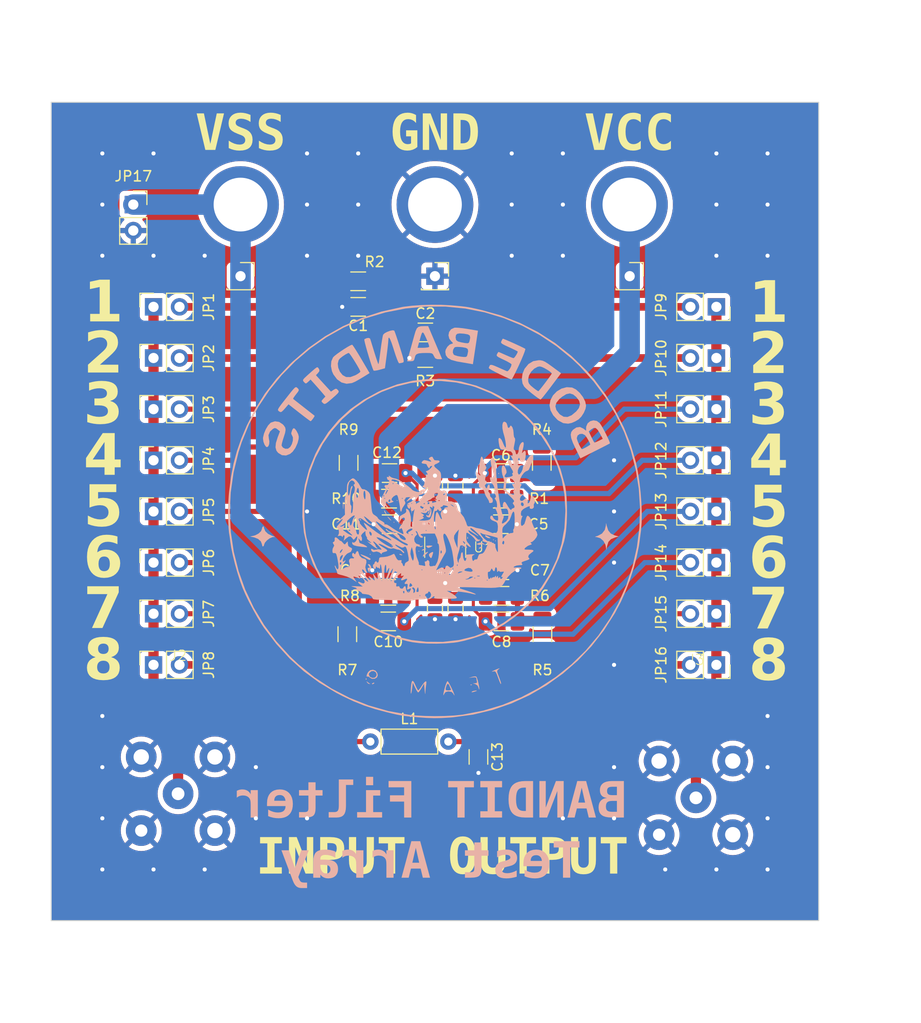
<source format=kicad_pcb>
(kicad_pcb (version 20221018) (generator pcbnew)
  (layers (0 "F.Cu" signal) (31 "B.Cu" signal) (34 "B.Paste" user) (35 "F.Paste" user) (36 "B.SilkS" user "B.Silkscreen") (37 "F.SilkS" user "F.Silkscreen") (38 "B.Mask" user) (39 "F.Mask" user) (44 "Edge.Cuts" user))
  (net 0 "")
  (net 1 "/FILT_0_OUT")
  (net 2 "GND")
  (net 3 "/FILT_1_IN")
  (net 4 "/FILT_1_OUT")
  (net 5 "VCC")
  (net 6 "VSS")
  (net 7 "Net-(U1A-+)")
  (net 8 "Net-(C6-Pad1)")
  (net 9 "/FILT_2_OUT")
  (net 10 "Net-(U1D-+)")
  (net 11 "Net-(C8-Pad1)")
  (net 12 "/FILT_3_OUT")
  (net 13 "Net-(U1C-+)")
  (net 14 "Net-(C10-Pad1)")
  (net 15 "/FILT_4_OUT")
  (net 16 "Net-(U1B-+)")
  (net 17 "Net-(C12-Pad1)")
  (net 18 "/FILT_5_OUT")
  (net 19 "/FILT_6_OUT")
  (net 20 "Net-(J2-In)")
  (net 21 "Net-(J3-In)")
  (net 22 "/FILT_0_IN")
  (net 23 "/FILT_2_IN")
  (net 24 "/FILT_3_IN")
  (net 25 "/FILT_4_IN")
  (net 26 "/FILT_5_IN")
  (net 27 "/FILT_6_IN")
  (net 28 "/FILT_7_IN")
  (footprint "Connector_PinSocket_2.54mm:PinSocket_1x02_P2.54mm_Vertical" (layer "F.Cu") (at 100 80 90)
    (fp_text reference "JP5" (at 0 5.4 90) (layer "F.SilkS"))
    (fp_text value "Jumper_2_Open")
    (pad "1" thru_hole rect (at 0 0 90) (size 1.7 1.7) (drill 1) (layers "*.Cu" "*.Mask") (net 20 "Net-(J2-In)"))
    (pad "2" thru_hole oval (at 0 2.54 90) (size 1.7 1.7) (drill 1) (layers "*.Cu" "*.Mask") (net 25 "/FILT_4_IN"))
  )
  (footprint "Connector_PinSocket_2.54mm:PinSocket_1x02_P2.54mm_Vertical" (layer "F.Cu") (at 100 90 90)
    (fp_text reference "JP7" (at 0 5.4 90) (layer "F.SilkS"))
    (fp_text value "Jumper_2_Open")
    (pad "1" thru_hole rect (at 0 0 90) (size 1.7 1.7) (drill 1) (layers "*.Cu" "*.Mask") (net 20 "Net-(J2-In)"))
    (pad "2" thru_hole oval (at 0 2.54 90) (size 1.7 1.7) (drill 1) (layers "*.Cu" "*.Mask") (net 27 "/FILT_6_IN"))
  )
  (footprint "Capacitor_SMD:C_1206_3216Metric_Pad1.33x1.80mm_HandSolder" (layer "F.Cu") (at 122.9375 90.75)
    (fp_text reference "C10" (at 0 2) (layer "F.SilkS"))
    (fp_text value "C_Small")
    (pad "1" smd roundrect (at -1.5625 0) (size 1.325 1.8) (layers "F.Cu" "F.Paste" "F.Mask") (roundrect_rratio 0.188679) (net 14 "Net-(C10-Pad1)"))
    (pad "2" smd roundrect (at 1.5625 0) (size 1.325 1.8) (layers "F.Cu" "F.Paste" "F.Mask") (roundrect_rratio 0.188679) (net 15 "/FILT_4_OUT"))
  )
  (footprint "Resistor_SMD:R_1206_3216Metric_Pad1.30x1.75mm_HandSolder" (layer "F.Cu") (at 126.55 65 180)
    (fp_text reference "R3" (at 0 -2.25) (layer "F.SilkS"))
    (fp_text value "R_Small_US")
    (pad "1" smd roundrect (at -1.55 0 180) (size 1.3 1.75) (layers "F.Cu" "F.Paste" "F.Mask") (roundrect_rratio 0.192308) (net 4 "/FILT_1_OUT"))
    (pad "2" smd roundrect (at 1.55 0 180) (size 1.3 1.75) (layers "F.Cu" "F.Paste" "F.Mask") (roundrect_rratio 0.192308) (net 2 "GND"))
  )
  (footprint "Capacitor_SMD:C_1206_3216Metric_Pad1.33x1.80mm_HandSolder" (layer "F.Cu") (at 134 90.75 180)
    (fp_text reference "C8" (at 0 -2) (layer "F.SilkS"))
    (fp_text value "C_Small")
    (pad "1" smd roundrect (at -1.5625 0 180) (size 1.325 1.8) (layers "F.Cu" "F.Paste" "F.Mask") (roundrect_rratio 0.188679) (net 11 "Net-(C8-Pad1)"))
    (pad "2" smd roundrect (at 1.5625 0 180) (size 1.325 1.8) (layers "F.Cu" "F.Paste" "F.Mask") (roundrect_rratio 0.188679) (net 18 "/FILT_5_OUT"))
  )
  (footprint "ADS8584SIPM:BNC_THT" (layer "F.Cu") (at 102.4 107.6)
    (fp_text reference "J2" (at 0 -13.5 unlocked) (layer "F.SilkS") (effects (font (thickness 0.1))))
    (fp_text value "Conn_Coaxial")
    (pad "1" thru_hole circle (at 0 0) (size 3 3) (drill 1.25) (layers "*.Cu" "*.Mask") (net 20 "Net-(J2-In)"))
    (pad "2" thru_hole circle (at -3.6 -3.6) (size 3 3) (drill 1.5) (layers "*.Cu" "*.Mask") (net 2 "GND"))
    (pad "2" thru_hole circle (at -3.6 3.6) (size 3 3) (drill 1.2) (layers "*.Cu" "*.Mask") (net 2 "GND"))
    (pad "2" thru_hole circle (at 3.6 -3.6) (size 3 3) (drill 1.5) (layers "*.Cu" "*.Mask") (net 2 "GND"))
    (pad "2" thru_hole circle (at 3.6 3.6) (size 3 3) (drill 1.5) (layers "*.Cu" "*.Mask") (net 2 "GND"))
  )
  (footprint "Connector_PinSocket_2.54mm:PinSocket_1x02_P2.54mm_Vertical" (layer "F.Cu") (at 100 75 90)
    (fp_text reference "JP4" (at 0 5.4 90) (layer "F.SilkS"))
    (fp_text value "Jumper_2_Open")
    (pad "1" thru_hole rect (at 0 0 90) (size 1.7 1.7) (drill 1) (layers "*.Cu" "*.Mask") (net 20 "Net-(J2-In)"))
    (pad "2" thru_hole oval (at 0 2.54 90) (size 1.7 1.7) (drill 1) (layers "*.Cu" "*.Mask") (net 24 "/FILT_3_IN"))
  )
  (footprint "Connector_PinSocket_2.54mm:PinSocket_1x02_P2.54mm_Vertical" (layer "F.Cu") (at 155 85 -90)
    (fp_text reference "JP14" (at 0 5.4 90) (layer "F.SilkS"))
    (fp_text value "Jumper_2_Open")
    (pad "1" thru_hole rect (at 0 0 270) (size 1.7 1.7) (drill 1) (layers "*.Cu" "*.Mask") (net 21 "Net-(J3-In)"))
    (pad "2" thru_hole oval (at 0 2.54 270) (size 1.7 1.7) (drill 1) (layers "*.Cu" "*.Mask") (net 18 "/FILT_5_OUT"))
  )
  (footprint "Capacitor_SMD:C_1206_3216Metric_Pad1.33x1.80mm_HandSolder" (layer "F.Cu") (at 120 60 180)
    (fp_text reference "C1" (at 0 -1.85) (layer "F.SilkS"))
    (fp_text value "C_Small")
    (pad "1" smd roundrect (at -1.5625 0 180) (size 1.325 1.8) (layers "F.Cu" "F.Paste" "F.Mask") (roundrect_rratio 0.188679) (net 1 "/FILT_0_OUT"))
    (pad "2" smd roundrect (at 1.5625 0 180) (size 1.325 1.8) (layers "F.Cu" "F.Paste" "F.Mask") (roundrect_rratio 0.188679) (net 2 "GND"))
  )
  (footprint "Connector_PinSocket_2.54mm:PinSocket_1x02_P2.54mm_Vertical" (layer "F.Cu") (at 98.025 50)
    (fp_text reference "JP17" (at 0 -2.77) (layer "F.SilkS"))
    (fp_text value "Jumper_2_Open")
    (pad "1" thru_hole rect (at 0 0) (size 1.7 1.7) (drill 1) (layers "*.Cu" "*.Mask") (net 6 "VSS"))
    (pad "2" thru_hole oval (at 0 2.54) (size 1.7 1.7) (drill 1) (layers "*.Cu" "*.Mask") (net 2 "GND"))
  )
  (footprint "Resistor_SMD:R_1206_3216Metric_Pad1.30x1.75mm_HandSolder" (layer "F.Cu") (at 122.9375 88.25)
    (fp_text reference "R8" (at -3.75 0) (layer "F.SilkS"))
    (fp_text value "R_Small_US")
    (pad "1" smd roundrect (at -1.55 0) (size 1.3 1.75) (layers "F.Cu" "F.Paste" "F.Mask") (roundrect_rratio 0.192308) (net 14 "Net-(C10-Pad1)"))
    (pad "2" smd roundrect (at 1.55 0) (size 1.3 1.75) (layers "F.Cu" "F.Paste" "F.Mask") (roundrect_rratio 0.192308) (net 13 "Net-(U1C-+)"))
  )
  (footprint "Connector_PinSocket_2.54mm:PinSocket_1x02_P2.54mm_Vertical" (layer "F.Cu") (at 155 95 -90)
    (fp_text reference "JP16" (at 0 5.4 90) (layer "F.SilkS"))
    (fp_text value "Jumper_2_Open")
    (pad "1" thru_hole rect (at 0 0 270) (size 1.7 1.7) (drill 1) (layers "*.Cu" "*.Mask") (net 21 "Net-(J3-In)"))
    (pad "2" thru_hole oval (at 0 2.54 270) (size 1.7 1.7) (drill 1) (layers "*.Cu" "*.Mask") (net 28 "/FILT_7_IN"))
  )
  (footprint "Connector_PinSocket_2.54mm:PinSocket_1x02_P2.54mm_Vertical" (layer "F.Cu") (at 100 65 90)
    (fp_text reference "JP2" (at 0 5.4 90) (layer "F.SilkS"))
    (fp_text value "Jumper_2_Open")
    (pad "1" thru_hole rect (at 0 0 90) (size 1.7 1.7) (drill 1) (layers "*.Cu" "*.Mask") (net 20 "Net-(J2-In)"))
    (pad "2" thru_hole oval (at 0 2.54 90) (size 1.7 1.7) (drill 1) (layers "*.Cu" "*.Mask") (net 3 "/FILT_1_IN"))
  )
  (footprint "Connector_PinSocket_2.54mm:PinSocket_1x02_P2.54mm_Vertical" (layer "F.Cu") (at 155 80 -90)
    (fp_text reference "JP13" (at 0 5.4 90) (layer "F.SilkS"))
    (fp_text value "Jumper_2_Open")
    (pad "1" thru_hole rect (at 0 0 270) (size 1.7 1.7) (drill 1) (layers "*.Cu" "*.Mask") (net 21 "Net-(J3-In)"))
    (pad "2" thru_hole oval (at 0 2.54 270) (size 1.7 1.7) (drill 1) (layers "*.Cu" "*.Mask") (net 15 "/FILT_4_OUT"))
  )
  (footprint "Connector_PinSocket_2.54mm:PinSocket_1x01_P2.54mm_Vertical" (layer "F.Cu") (at 108.5 57)
    (fp_text reference "J8" hide)
    (fp_text value "Conn_01x01_Pin")
    (pad "1" thru_hole rect (at 0 0) (size 1.7 1.7) (drill 1) (layers "*.Cu" "*.Mask") (net 6 "VSS"))
  )
  (footprint "Capacitor_SMD:C_1206_3216Metric_Pad1.33x1.80mm_HandSolder" (layer "F.Cu") (at 133.9375 81.25)
    (fp_text reference "C5" (at 3.6875 0) (layer "F.SilkS"))
    (fp_text value "C_Small")
    (pad "1" smd roundrect (at -1.5625 0) (size 1.325 1.8) (layers "F.Cu" "F.Paste" "F.Mask") (roundrect_rratio 0.188679) (net 7 "Net-(U1A-+)"))
    (pad "2" smd roundrect (at 1.5625 0) (size 1.325 1.8) (layers "F.Cu" "F.Paste" "F.Mask") (roundrect_rratio 0.188679) (net 2 "GND"))
  )
  (footprint "Resistor_SMD:R_1206_3216Metric_Pad1.30x1.75mm_HandSolder" (layer "F.Cu") (at 120 57.5)
    (fp_text reference "R2" (at 1.6 -1.9) (layer "F.SilkS"))
    (fp_text value "R_Small_US")
    (pad "1" smd roundrect (at -1.55 0) (size 1.3 1.75) (layers "F.Cu" "F.Paste" "F.Mask") (roundrect_rratio 0.192308) (net 22 "/FILT_0_IN"))
    (pad "2" smd roundrect (at 1.55 0) (size 1.3 1.75) (layers "F.Cu" "F.Paste" "F.Mask") (roundrect_rratio 0.192308) (net 1 "/FILT_0_OUT"))
  )
  (footprint "Connector_PinSocket_2.54mm:PinSocket_1x02_P2.54mm_Vertical" (layer "F.Cu") (at 100 95 90)
    (fp_text reference "JP8" (at 0 5.4 90) (layer "F.SilkS"))
    (fp_text value "Jumper_2_Open")
    (pad "1" thru_hole rect (at 0 0 90) (size 1.7 1.7) (drill 1) (layers "*.Cu" "*.Mask") (net 20 "Net-(J2-In)"))
    (pad "2" thru_hole oval (at 0 2.54 90) (size 1.7 1.7) (drill 1) (layers "*.Cu" "*.Mask") (net 28 "/FILT_7_IN"))
  )
  (footprint "Resistor_SMD:R_1206_3216Metric_Pad1.30x1.75mm_HandSolder" (layer "F.Cu") (at 137.9375 75.25 -90)
    (fp_text reference "R4" (at -3.25 0 -180) (layer "F.SilkS"))
    (fp_text value "R_Small_US")
    (pad "1" smd roundrect (at -1.55 0 270) (size 1.3 1.75) (layers "F.Cu" "F.Paste" "F.Mask") (roundrect_rratio 0.192308) (net 23 "/FILT_2_IN"))
    (pad "2" smd roundrect (at 1.55 0 270) (size 1.3 1.75) (layers "F.Cu" "F.Paste" "F.Mask") (roundrect_rratio 0.192308) (net 8 "Net-(C6-Pad1)"))
  )
  (footprint "Capacitor_SMD:C_1206_3216Metric_Pad1.33x1.80mm_HandSolder" (layer "F.Cu") (at 134 85.75)
    (fp_text reference "C7" (at 3.75 0 180) (layer "F.SilkS"))
    (fp_text value "C_Small")
    (pad "1" smd roundrect (at -1.5625 0) (size 1.325 1.8) (layers "F.Cu" "F.Paste" "F.Mask") (roundrect_rratio 0.188679) (net 10 "Net-(U1D-+)"))
    (pad "2" smd roundrect (at 1.5625 0) (size 1.325 1.8) (layers "F.Cu" "F.Paste" "F.Mask") (roundrect_rratio 0.188679) (net 2 "GND"))
  )
  (footprint "Connector_PinSocket_2.54mm:PinSocket_1x02_P2.54mm_Vertical" (layer "F.Cu") (at 155 70 -90)
    (fp_text reference "JP11" (at 0 5.4 90) (layer "F.SilkS"))
    (fp_text value "Jumper_2_Open")
    (pad "1" thru_hole rect (at 0 0 270) (size 1.7 1.7) (drill 1) (layers "*.Cu" "*.Mask") (net 21 "Net-(J3-In)"))
    (pad "2" thru_hole oval (at 0 2.54 270) (size 1.7 1.7) (drill 1) (layers "*.Cu" "*.Mask") (net 9 "/FILT_2_OUT"))
  )
  (footprint "ADS8584SIPM:BNC_THT" (layer "F.Cu") (at 153 108)
    (fp_text reference "J3" (at 0 -13.5 unlocked) (layer "F.SilkS") (effects (font (thickness 0.1))))
    (fp_text value "Conn_Coaxial")
    (pad "1" thru_hole circle (at 0 0) (size 3 3) (drill 1.25) (layers "*.Cu" "*.Mask") (net 21 "Net-(J3-In)"))
    (pad "2" thru_hole circle (at -3.6 -3.6) (size 3 3) (drill 1.5) (layers "*.Cu" "*.Mask") (net 2 "GND"))
    (pad "2" thru_hole circle (at -3.6 3.6) (size 3 3) (drill 1.2) (layers "*.Cu" "*.Mask") (net 2 "GND"))
    (pad "2" thru_hole circle (at 3.6 -3.6) (size 3 3) (drill 1.5) (layers "*.Cu" "*.Mask") (net 2 "GND"))
    (pad "2" thru_hole circle (at 3.6 3.6) (size 3 3) (drill 1.5) (layers "*.Cu" "*.Mask") (net 2 "GND"))
  )
  (footprint "Capacitor_SMD:C_1206_3216Metric_Pad1.33x1.80mm_HandSolder" (layer "F.Cu") (at 126.5625 62.5)
    (fp_text reference "C2" (at 0 -1.85) (layer "F.SilkS"))
    (fp_text value "C_Small")
    (pad "1" smd roundrect (at -1.5625 0) (size 1.325 1.8) (layers "F.Cu" "F.Paste" "F.Mask") (roundrect_rratio 0.188679) (net 3 "/FILT_1_IN"))
    (pad "2" smd roundrect (at 1.5625 0) (size 1.325 1.8) (layers "F.Cu" "F.Paste" "F.Mask") (roundrect_rratio 0.188679) (net 4 "/FILT_1_OUT"))
  )
  (footprint "Resistor_SMD:R_1206_3216Metric_Pad1.30x1.75mm_HandSolder" (layer "F.Cu") (at 134 88.25 180)
    (fp_text reference "R6" (at -3.75 0 180) (layer "F.SilkS"))
    (fp_text value "R_Small_US")
    (pad "1" smd roundrect (at -1.55 0 180) (size 1.3 1.75) (layers "F.Cu" "F.Paste" "F.Mask") (roundrect_rratio 0.192308) (net 11 "Net-(C8-Pad1)"))
    (pad "2" smd roundrect (at 1.55 0 180) (size 1.3 1.75) (layers "F.Cu" "F.Paste" "F.Mask") (roundrect_rratio 0.192308) (net 10 "Net-(U1D-+)"))
  )
  (footprint "Capacitor_SMD:C_1206_3216Metric_Pad1.33x1.80mm_HandSolder" (layer "F.Cu") (at 123.0625 76.25)
    (fp_text reference "C12" (at -0.25 -2) (layer "F.SilkS"))
    (fp_text value "C_Small")
    (pad "1" smd roundrect (at -1.5625 0) (size 1.325 1.8) (layers "F.Cu" "F.Paste" "F.Mask") (roundrect_rratio 0.188679) (net 17 "Net-(C12-Pad1)"))
    (pad "2" smd roundrect (at 1.5625 0) (size 1.325 1.8) (layers "F.Cu" "F.Paste" "F.Mask") (roundrect_rratio 0.188679) (net 12 "/FILT_3_OUT"))
  )
  (footprint "Inductor_THT:L_Axial_L5.3mm_D2.2mm_P7.62mm_Horizontal_Vishay_IM-1" (layer "F.Cu") (at 121.19 102.5)
    (fp_text reference "L1" (at 3.81 -2.22) (layer "F.SilkS"))
    (fp_text value "L")
    (pad "1" thru_hole circle (at 0 0) (size 1.6 1.6) (drill 0.8) (layers "*.Cu" "*.Mask") (net 27 "/FILT_6_IN"))
    (pad "2" thru_hole oval (at 7.62 0) (size 1.6 1.6) (drill 0.8) (layers "*.Cu" "*.Mask") (net 19 "/FILT_6_OUT"))
  )
  (footprint "Resistor_SMD:R_1206_3216Metric_Pad1.30x1.75mm_HandSolder" (layer "F.Cu") (at 133.9375 78.75 180)
    (fp_text reference "R1" (at -3.75 0) (layer "F.SilkS"))
    (fp_text value "R_Small_US")
    (pad "1" smd roundrect (at -1.55 0 180) (size 1.3 1.75) (layers "F.Cu" "F.Paste" "F.Mask") (roundrect_rratio 0.192308) (net 8 "Net-(C6-Pad1)"))
    (pad "2" smd roundrect (at 1.55 0 180) (size 1.3 1.75) (layers "F.Cu" "F.Paste" "F.Mask") (roundrect_rratio 0.192308) (net 7 "Net-(U1A-+)"))
  )
  (footprint "Resistor_SMD:R_1206_3216Metric_Pad1.30x1.75mm_HandSolder" (layer "F.Cu") (at 119.0625 75.25 -90)
    (fp_text reference "R9" (at -3.25 0 -180) (layer "F.SilkS"))
    (fp_text value "R_Small_US")
    (pad "1" smd roundrect (at -1.55 0 270) (size 1.3 1.75) (layers "F.Cu" "F.Paste" "F.Mask") (roundrect_rratio 0.192308) (net 24 "/FILT_3_IN"))
    (pad "2" smd roundrect (at 1.55 0 270) (size 1.3 1.75) (layers "F.Cu" "F.Paste" "F.Mask") (roundrect_rratio 0.192308) (net 17 "Net-(C12-Pad1)"))
  )
  (footprint "Capacitor_SMD:C_1206_3216Metric_Pad1.33x1.80mm_HandSolder" (layer "F.Cu") (at 133.9375 76.25 180)
    (fp_text reference "C6" (at 0 1.75) (layer "F.SilkS"))
    (fp_text value "C_Small")
    (pad "1" smd roundrect (at -1.5625 0 180) (size 1.325 1.8) (layers "F.Cu" "F.Paste" "F.Mask") (roundrect_rratio 0.188679) (net 8 "Net-(C6-Pad1)"))
    (pad "2" smd roundrect (at 1.5625 0 180) (size 1.325 1.8) (layers "F.Cu" "F.Paste" "F.Mask") (roundrect_rratio 0.188679) (net 9 "/FILT_2_OUT"))
  )
  (footprint "BANDIT_PCB_Lib:SOT23 Thin 14" (layer "F.Cu") (at 128.5 83.5 -90)
    (fp_text reference "U1" (at 0 -3.75 unlocked) (layer "F.SilkS") (effects (font (thickness 0.1))))
    (fp_text value "TL074")
    (pad "1" smd roundrect (at -1.5 -1.5 270) (size 1.05 0.3) (layers "F.Cu" "F.Paste" "F.Mask") (roundrect_rratio 0.1666666667) (net 9 "/FILT_2_OUT"))
    (pad "2" smd roundrect (at -1.5 -1 270) (size 1.05 0.3) (layers "F.Cu" "F.Paste" "F.Mask") (roundrect_rratio 0.1666666667) (net 9 "/FILT_2_OUT"))
    (pad "3" smd roundrect (at -1.5 -0.5 270) (size 1.05 0.3) (layers "F.Cu" "F.Paste" "F.Mask") (roundrect_rratio 0.1666666667) (net 7 "Net-(U1A-+)"))
    (pad "4" smd roundrect (at -1.5 0 270) (size 1.05 0.3) (layers "F.Cu" "F.Paste" "F.Mask") (roundrect_rratio 0.1666666667) (net 5 "VCC"))
    (pad "5" smd roundrect (at -1.5 0.5 270) (size 1.05 0.3) (layers "F.Cu" "F.Paste" "F.Mask") (roundrect_rratio 0.1666666667) (net 16 "Net-(U1B-+)"))
    (pad "6" smd roundrect (at -1.5 1 270) (size 1.05 0.3) (layers "F.Cu" "F.Paste" "F.Mask") (roundrect_rratio 0.1666666667) (net 12 "/FILT_3_OUT"))
    (pad "7" smd roundrect (at -1.5 1.5 270) (size 1.05 0.3) (layers "F.Cu" "F.Paste" "F.Mask") (roundrect_rratio 0.1666666667) (net 12 "/FILT_3_OUT"))
    (pad "8" smd roundrect (at 1.5 1.5 270) (size 1.05 0.3) (layers "F.Cu" "F.Paste" "F.Mask") (roundrect_rratio 0.1666666667) (net 15 "/FILT_4_OUT"))
    (pad "9" smd roundrect (at 1.5 1 270) (size 1.05 0.3) (layers "F.Cu" "F.Paste" "F.Mask") (roundrect_rratio 0.1666666667) (net 15 "/FILT_4_OUT"))
    (pad "10" smd roundrect (at 1.5 0.5 270) (size 1.05 0.3) (layers "F.Cu" "F.Paste" "F.Mask") (roundrect_rratio 0.1666666667) (net 13 "Net-(U1C-+)"))
    (pad "11" smd roundrect (at 1.5 0 270) (size 1.05 0.3) (layers "F.Cu" "F.Paste" "F.Mask") (roundrect_rratio 0.1666666667) (net 6 "VSS"))
    (pad "12" smd roundrect (at 1.5 -0.5 270) (size 1.05 0.3) (layers "F.Cu" "F.Paste" "F.Mask") (roundrect_rratio 0.1666666667) (net 10 "Net-(U1D-+)"))
    (pad "13" smd roundrect (at 1.5 -1 270) (size 1.05 0.3) (layers "F.Cu" "F.Paste" "F.Mask") (roundrect_rratio 0.1666666667) (net 18 "/FILT_5_OUT"))
    (pad "14" smd roundrect (at 1.5 -1.5 270) (size 1.05 0.3) (layers "F.Cu" "F.Paste" "F.Mask") (roundrect_rratio 0.1666666667) (net 18 "/FILT_5_OUT"))
  )
  (footprint "BANDIT_PCB_Lib:Keystone 575 Banana" (layer "F.Cu") (at 148 50)
    (fp_text reference "J1" hide)
    (fp_text value "Conn_01x01_Socket")
    (pad "1" thru_hole circle (at -1.5 0) (size 7.5 7.5) (drill 5.25) (layers "*.Cu" "*.Mask") (net 5 "VCC"))
  )
  (footprint "Resistor_SMD:R_1206_3216Metric_Pad1.30x1.75mm_HandSolder" (layer "F.Cu") (at 118.9375 92 90)
    (fp_text reference "R7" (at -3.5 0 180) (layer "F.SilkS"))
    (fp_text value "R_Small_US")
    (pad "1" smd roundrect (at -1.55 0 90) (size 1.3 1.75) (layers "F.Cu" "F.Paste" "F.Mask") (roundrect_rratio 0.192308) (net 25 "/FILT_4_IN"))
    (pad "2" smd roundrect (at 1.55 0 90) (size 1.3 1.75) (layers "F.Cu" "F.Paste" "F.Mask") (roundrect_rratio 0.192308) (net 14 "Net-(C10-Pad1)"))
  )
  (footprint "BANDIT_PCB_Lib:Keystone 575 Banana" (layer "F.Cu") (at 129 50)
    (fp_text reference "J5" hide)
    (fp_text value "Conn_01x01_Socket")
    (pad "1" thru_hole circle (at -1.5 0) (size 7.5 7.5) (drill 5.25) (layers "*.Cu" "*.Mask") (net 2 "GND"))
  )
  (footprint "Capacitor_SMD:C_1206_3216Metric_Pad1.33x1.80mm_HandSolder" (layer "F.Cu") (at 122.9375 85.75 180)
    (fp_text reference "C9" (at 3.75 0) (layer "F.SilkS"))
    (fp_text value "C_Small")
    (pad "1" smd roundrect (at -1.5625 0 180) (size 1.325 1.8) (layers "F.Cu" "F.Paste" "F.Mask") (roundrect_rratio 0.188679) (net 13 "Net-(U1C-+)"))
    (pad "2" smd roundrect (at 1.5625 0 180) (size 1.325 1.8) (layers "F.Cu" "F.Paste" "F.Mask") (roundrect_rratio 0.188679) (net 2 "GND"))
  )
  (footprint "Connector_PinSocket_2.54mm:PinSocket_1x02_P2.54mm_Vertical" (layer "F.Cu") (at 100 85 90)
    (fp_text reference "JP6" (at 0 5.4 90) (layer "F.SilkS"))
    (fp_text value "Jumper_2_Open")
    (pad "1" thru_hole rect (at 0 0 90) (size 1.7 1.7) (drill 1) (layers "*.Cu" "*.Mask") (net 20 "Net-(J2-In)"))
    (pad "2" thru_hole oval (at 0 2.54 90) (size 1.7 1.7) (drill 1) (layers "*.Cu" "*.Mask") (net 26 "/FILT_5_IN"))
  )
  (footprint "Capacitor_SMD:C_1206_3216Metric_Pad1.33x1.80mm_HandSolder" (layer "F.Cu") (at 123.0625 81.25 180)
    (fp_text reference "C11" (at 4.25 0) (layer "F.SilkS"))
    (fp_text value "C_Small")
    (pad "1" smd roundrect (at -1.5625 0 180) (size 1.325 1.8) (layers "F.Cu" "F.Paste" "F.Mask") (roundrect_rratio 0.188679) (net 16 "Net-(U1B-+)"))
    (pad "2" smd roundrect (at 1.5625 0 180) (size 1.325 1.8) (layers "F.Cu" "F.Paste" "F.Mask") (roundrect_rratio 0.188679) (net 2 "GND"))
  )
  (footprint "Capacitor_SMD:C_1206_3216Metric_Pad1.33x1.80mm_HandSolder" (layer "F.Cu") (at 131.75 104 -90)
    (fp_text reference "C13" (at 0 -1.85 90) (layer "F.SilkS"))
    (fp_text value "C_Small")
    (pad "1" smd roundrect (at -1.5625 0 270) (size 1.325 1.8) (layers "F.Cu" "F.Paste" "F.Mask") (roundrect_rratio 0.188679) (net 19 "/FILT_6_OUT"))
    (pad "2" smd roundrect (at 1.5625 0 270) (size 1.325 1.8) (layers "F.Cu" "F.Paste" "F.Mask") (roundrect_rratio 0.188679) (net 2 "GND"))
  )
  (footprint "Connector_PinSocket_2.54mm:PinSocket_1x02_P2.54mm_Vertical" (layer "F.Cu") (at 100 60 90)
    (fp_text reference "JP1" (at 0 5.4 90) (layer "F.SilkS"))
    (fp_text value "Jumper_2_Open")
    (pad "1" thru_hole rect (at 0 0 90) (size 1.7 1.7) (drill 1) (layers "*.Cu" "*.Mask") (net 20 "Net-(J2-In)"))
    (pad "2" thru_hole oval (at 0 2.54 90) (size 1.7 1.7) (drill 1) (layers "*.Cu" "*.Mask") (net 22 "/FILT_0_IN"))
  )
  (footprint "Capacitor_SMD:C_0805_2012Metric_Pad1.18x1.45mm_HandSolder" (layer "F.Cu") (at 127.5 77.5 90)
    (fp_text reference "C3" hide)
    (fp_text value "100n")
    (pad "1" smd roundrect (at -1.0375 0 90) (size 1.175 1.45) (layers "F.Cu" "F.Paste" "F.Mask") (roundrect_rratio 0.212766) (net 5 "VCC"))
    (pad "2" smd roundrect (at 1.0375 0 90) (size 1.175 1.45) (layers "F.Cu" "F.Paste" "F.Mask") (roundrect_rratio 0.212766) (net 2 "GND"))
  )
  (footprint "Capacitor_SMD:C_0805_2012Metric_Pad1.18x1.45mm_HandSolder" (layer "F.Cu") (at 129.51 89.5 90)
    (fp_text reference "C15" hide)
    (fp_text value "100n")
    (pad "1" smd roundrect (at -1.0375 0 90) (size 1.175 1.45) (layers "F.Cu" "F.Paste" "F.Mask") (roundrect_rratio 0.212766) (net 2 "GND"))
    (pad "2" smd roundrect (at 1.0375 0 90) (size 1.175 1.45) (layers "F.Cu" "F.Paste" "F.Mask") (roundrect_rratio 0.212766) (net 6 "VSS"))
  )
  (footprint "Capacitor_SMD:C_0805_2012Metric_Pad1.18x1.45mm_HandSolder" (layer "F.Cu") (at 129.5 77.5 90)
    (fp_text reference "C4" hide)
    (fp_text value "1u")
    (pad "1" smd roundrect (at -1.0375 0 90) (size 1.175 1.45) (layers "F.Cu" "F.Paste" "F.Mask") (roundrect_rratio 0.212766) (net 5 "VCC"))
    (pad "2" smd roundrect (at 1.0375 0 90) (size 1.175 1.45) (layers "F.Cu" "F.Paste" "F.Mask") (roundrect_rratio 0.212766) (net 2 "GND"))
  )
  (footprint "Connector_PinSocket_2.54mm:PinSocket_1x01_P2.54mm_Vertical" (layer "F.Cu") (at 127.5 57)
    (fp_text reference "J7" hide)
    (fp_text value "Conn_01x01_Pin")
    (pad "1" thru_hole rect (at 0 0) (size 1.7 1.7) (drill 1) (layers "*.Cu" "*.Mask") (net 2 "GND"))
  )
  (footprint "Connector_PinSocket_2.54mm:PinSocket_1x01_P2.54mm_Vertical" (layer "F.Cu") (at 146.525 57)
    (fp_text reference "J6" hide)
    (fp_text value "Conn_01x01_Pin")
    (pad "1" thru_hole rect (at 0 0) (size 1.7 1.7) (drill 1) (layers "*.Cu" "*.Mask") (net 5 "VCC"))
  )
  (footprint "BANDIT_PCB_Lib:Keystone 575 Banana" (layer "F.Cu") (at 110 50)
    (fp_text reference "J4" hide)
    (fp_text value "Conn_01x01_Socket")
    (pad "1" thru_hole circle (at -1.5 0) (size 7.5 7.5) (drill 5.25) (layers "*.Cu" "*.Mask") (net 6 "VSS"))
  )
  (footprint "Connector_PinSocket_2.54mm:PinSocket_1x02_P2.54mm_Vertical" (layer "F.Cu") (at 100 70 90)
    (fp_text reference "JP3" (at 0 5.4 90) (layer "F.SilkS"))
    (fp_text value "Jumper_2_Open")
    (pad "1" thru_hole rect (at 0 0 90) (size 1.7 1.7) (drill 1) (layers "*.Cu" "*.Mask") (net 20 "Net-(J2-In)"))
    (pad "2" thru_hole oval (at 0 2.54 90) (size 1.7 1.7) (drill 1) (layers "*.Cu" "*.Mask") (net 23 "/FILT_2_IN"))
  )
  (footprint "Connector_PinSocket_2.54mm:PinSocket_1x02_P2.54mm_Vertical" (layer "F.Cu") (at 155 65 -90)
    (fp_text reference "JP10" (at 0 5.4 90) (layer "F.SilkS"))
    (fp_text value "Jumper_2_Open")
    (pad "1" thru_hole rect (at 0 0 270) (size 1.7 1.7) (drill 1) (layers "*.Cu" "*.Mask") (net 21 "Net-(J3-In)"))
    (pad "2" thru_hole oval (at 0 2.54 270) (size 1.7 1.7) (drill 1) (layers "*.Cu" "*.Mask") (net 4 "/FILT_1_OUT"))
  )
  (footprint "Connector_PinSocket_2.54mm:PinSocket_1x02_P2.54mm_Vertical" (layer "F.Cu") (at 155 60 -90)
    (fp_text reference "JP9" (at 0 5.4 90) (layer "F.SilkS"))
    (fp_text value "Jumper_2_Open")
    (pad "1" thru_hole rect (at 0 0 270) (size 1.7 1.7) (drill 1) (layers "*.Cu" "*.Mask") (net 21 "Net-(J3-In)"))
    (pad "2" thru_hole oval (at 0 2.54 270) (size 1.7 1.7) (drill 1) (layers "*.Cu" "*.Mask") (net 1 "/FILT_0_OUT"))
  )
  (footprint "Capacitor_SMD:C_0805_2012Metric_Pad1.18x1.45mm_HandSolder" (layer "F.Cu") (at 127.5 89.5 90)
    (fp_text reference "C14" hide)
    (fp_text value "1u")
    (pad "1" smd roundrect (at -1.0375 0 90) (size 1.175 1.45) (layers "F.Cu" "F.Paste" "F.Mask") (roundrect_rratio 0.212766) (net 2 "GND"))
    (pad "2" smd roundrect (at 1.0375 0 90) (size 1.175 1.45) (layers "F.Cu" "F.Paste" "F.Mask") (roundrect_rratio 0.212766) (net 6 "VSS"))
  )
  (footprint "Resistor_SMD:R_1206_3216Metric_Pad1.30x1.75mm_HandSolder" (layer "F.Cu") (at 138 92 90)
    (fp_text reference "R5" (at -3.5 0 180) (layer "F.SilkS"))
    (fp_text value "R_Small_US")
    (pad "1" smd roundrect (at -1.55 0 90) (size 1.3 1.75) (layers "F.Cu" "F.Paste" "F.Mask") (roundrect_rratio 0.192308) (net 26 "/FILT_5_IN"))
    (pad "2" smd roundrect (at 1.55 0 90) (size 1.3 1.75) (layers "F.Cu" "F.Paste" "F.Mask") (roundrect_rratio 0.192308) (net 11 "Net-(C8-Pad1)"))
  )
  (footprint "Connector_PinSocket_2.54mm:PinSocket_1x02_P2.54mm_Vertical" (layer "F.Cu") (at 155 90 -90)
    (fp_text reference "JP15" (at 0 5.4 90) (layer "F.SilkS"))
    (fp_text value "Jumper_2_Open")
    (pad "1" thru_hole rect (at 0 0 270) (size 1.7 1.7) (drill 1) (layers "*.Cu" "*.Mask") (net 21 "Net-(J3-In)"))
    (pad "2" thru_hole oval (at 0 2.54 270) (size 1.7 1.7) (drill 1) (layers "*.Cu" "*.Mask") (net 19 "/FILT_6_OUT"))
  )
  (footprint "Connector_PinSocket_2.54mm:PinSocket_1x02_P2.54mm_Vertical" (layer "F.Cu") (at 155 75 -90)
    (fp_text reference "JP12" (at 0 5.4 90) (layer "F.SilkS"))
    (fp_text value "Jumper_2_Open")
    (pad "1" thru_hole rect (at 0 0 270) (size 1.7 1.7) (drill 1) (layers "*.Cu" "*.Mask") (net 21 "Net-(J3-In)"))
    (pad "2" thru_hole oval (at 0 2.54 270) (size 1.7 1.7) (drill 1) (layers "*.Cu" "*.Mask") (net 12 "/FILT_3_OUT"))
  )
  (footprint "Resistor_SMD:R_1206_3216Metric_Pad1.30x1.75mm_HandSolder" (layer "F.Cu") (at 123.0125 78.75)
    (fp_text reference "R10" (at -4.2 0) (layer "F.SilkS"))
    (fp_text value "R_Small_US")
    (pad "1" smd roundrect (at -1.55 0) (size 1.3 1.75) (layers "F.Cu" "F.Paste" "F.Mask") (roundrect_rratio 0.192308) (net 17 "Net-(C12-Pad1)"))
    (pad "2" smd roundrect (at 1.55 0) (size 1.3 1.75) (layers "F.Cu" "F.Paste" "F.Mask") (roundrect_rratio 0.192308) (net 16 "Net-(U1B-+)"))
  )
  (footprint "BANDIT_PCB_Lib:Logo_50mm_Light" (layer "B.Cu") (at 127.394475 79.989578 180)
    (fp_text reference "G***" (at 0 0) (layer "B.SilkS") (effects (font (size 1.5 1.5) (thickness 0.3)) (justify mirror)))
    (fp_text value "LOGO" hide)
  )
  (gr_rect locked (start 90 40) (end 165 120) (stroke (width 0.1)) (fill none) (layer "Edge.Cuts"))
  (gr_text "BANDIT Filter\nTest Array" (at 127.1 116.4) (layer "B.SilkS") (effects (font (size 3.5 3.5) (thickness 0.3) bold) (justify bottom mirror)))
  (gr_text "4" (at 93.153525 77.1) (layer "F.SilkS") (effects (font (size 4 4) (thickness 0.3) bold) (justify left bottom)))
  (gr_text "7" (at 158.153525 92.120899) (layer "F.SilkS") (effects (font (size 4 4) (thickness 0.3) bold) (justify left bottom)))
  (gr_text "8" (at 93.153525 97.1) (layer "F.SilkS") (effects (font (size 4 4) (thickness 0.3) bold) (justify left bottom)))
  (gr_text "1" (at 158.153525 62.145899) (layer "F.SilkS") (effects (font (size 4 4) (thickness 0.3) bold) (justify left bottom)))
  (gr_text "6" (at 93.153525 87.1) (layer "F.SilkS") (effects (font (size 4 4) (thickness 0.3) bold) (justify left bottom)))
  (gr_text "2" (at 93.153525 67.1) (layer "F.SilkS") (effects (font (size 4 4) (thickness 0.3) bold) (justify left bottom)))
  (gr_text "VCC" (at 142.078716 45.25) (layer "F.SilkS") (effects (font (size 3.5 3.5) (thickness 0.5) bold) (justify left bottom)))
  (gr_text "3" (at 158.153525 72.120899) (layer "F.SilkS") (effects (font (size 4 4) (thickness 0.3) bold) (justify left bottom)))
  (gr_text "1" (at 93.153525 62.1) (layer "F.SilkS") (effects (font (size 4 4) (thickness 0.3) bold) (justify left bottom)))
  (gr_text "7" (at 93.153525 92.075) (layer "F.SilkS") (effects (font (size 4 4) (thickness 0.3) bold) (justify left bottom)))
  (gr_text "VSS" (at 104.078716 45.25) (layer "F.SilkS") (effects (font (size 3.5 3.5) (thickness 0.5) bold) (justify left bottom)))
  (gr_text "4" (at 158.153525 77.145899) (layer "F.SilkS") (effects (font (size 4 4) (thickness 0.3) bold) (justify left bottom)))
  (gr_text "OUTPUT" (at 128.75 116) (layer "F.SilkS") (effects (font (size 3.5 3.5) (thickness 0.3) bold) (justify left bottom)))
  (gr_text "5" (at 93.153525 82.1) (layer "F.SilkS") (effects (font (size 4 4) (thickness 0.3) bold) (justify left bottom)))
  (gr_text "GND" (at 123.078716 45.25) (layer "F.SilkS") (effects (font (size 3.5 3.5) (thickness 0.5) bold) (justify left bottom)))
  (gr_text "6" (at 158.153525 87.145899) (layer "F.SilkS") (effects (font (size 4 4) (thickness 0.3) bold) (justify left bottom)))
  (gr_text "2" (at 158.153525 67.145899) (layer "F.SilkS") (effects (font (size 4 4) (thickness 0.3) bold) (justify left bottom)))
  (gr_text "INPUT" (at 110 116) (layer "F.SilkS") (effects (font (size 3.5 3.5) (thickness 0.3) bold) (justify left bottom)))
  (gr_text "5" (at 158.153525 82.145899) (layer "F.SilkS") (effects (font (size 4 4) (thickness 0.3) bold) (justify left bottom)))
  (gr_text "3" (at 93.153525 72.075) (layer "F.SilkS") (effects (font (size 4 4) (thickness 0.3) bold) (justify left bottom)))
  (gr_text "8" (at 158.153525 97.145899) (layer "F.SilkS") (effects (font (size 4 4) (thickness 0.3) bold) (justify left bottom)))
  (segment (start 121.5625 60) (end 152.46 60) (width 0.75) (layer "F.Cu") (net 1))
  (segment (start 121.55 57.5) (end 121.55 59.9875) (width 0.75) (layer "F.Cu") (net 1))
  (segment (start 121.55 59.9875) (end 121.5625 60) (width 0.75) (layer "F.Cu") (net 1))
  (via (at 115 80) (size 0.8) (drill 0.4) (layers "F.Cu" "B.Cu") (net 2))
  (via (at 118.4375 60) (size 0.8) (drill 0.4) (layers "F.Cu" "B.Cu") (net 2))
  (via (at 105 115) (size 0.8) (drill 0.4) (layers "F.Cu" "B.Cu") (net 2))
  (via (at 135.5625 85.75) (size 0.8) (drill 0.4) (layers "F.Cu" "B.Cu") (net 2))
  (via (at 140 55) (size 0.8) (drill 0.4) (layers "F.Cu" "B.Cu") (net 2))
  (via (at 100 45) (size 0.8) (drill 0.4) (layers "F.Cu" "B.Cu") (net 2))
  (via (at 129.51 90.5375) (size 0.8) (drill 0.4) (layers "F.Cu" "B.Cu") (net 2))
  (via (at 140 110) (size 0.8) (drill 0.4) (layers "F.Cu" "B.Cu") (net 2))
  (via (at 160 115) (size 0.8) (drill 0.4) (layers "F.Cu" "B.Cu") (net 2))
  (via (at 155 45) (size 0.8) (drill 0.4) (layers "F.Cu" "B.Cu") (net 2))
  (via (at 127.5 90.5375) (size 0.8) (drill 0.4) (layers "F.Cu" "B.Cu") (net 2))
  (via (at 95 45) (size 0.8) (drill 0.4) (layers "F.Cu" "B.Cu") (net 2))
  (via (at 160 50) (size 0.8) (drill 0.4) (layers "F.Cu" "B.Cu") (net 2))
  (via (at 115 110) (size 0.8) (drill 0.4) (layers "F.Cu" "B.Cu") (net 2))
  (via (at 131.75 105.5625) (size 0.8) (drill 0.4) (layers "F.Cu" "B.Cu") (net 2))
  (via (at 129.5 76.5) (size 0.8) (drill 0.4) (layers "F.Cu" "B.Cu") (net 2))
  (via (at 121.375 85.75) (size 0.8) (drill 0.4) (layers "F.Cu" "B.Cu") (net 2))
  (via (at 140 45) (size 0.8) (drill 0.4) (layers "F.Cu" "B.Cu") (net 2))
  (via (at 95 110) (size 0.8) (drill 0.4) (layers "F.Cu" "B.Cu") (net 2))
  (via (at 135 50) (size 0.8) (drill 0.4) (layers "F.Cu" "B.Cu") (net 2))
  (via (at 105 55) (size 0.8) (drill 0.4) (layers "F.Cu" "B.Cu") (net 2))
  (via (at 140 50) (size 0.8) (drill 0.4) (layers "F.Cu" "B.Cu") (net 2))
  (via (at 145 110) (size 0.8) (drill 0.4) (layers "F.Cu" "B.Cu") (net 2))
  (via (at 135 45) (size 0.8) (drill 0.4) (layers "F.Cu" "B.Cu") (net 2))
  (via (at 115 55) (size 0.8) (drill 0.4) (layers "F.Cu" "B.Cu") (net 2))
  (via (at 160 55) (size 0.8) (drill 0.4) (layers "F.Cu" "B.Cu") (net 2))
  (via (at 120 45) (size 0.8) (drill 0.4) (layers "F.Cu" "B.Cu") (net 2))
  (via (at 115 45) (size 0.8) (drill 0.4) (layers "F.Cu" "B.Cu") (net 2))
  (via (at 135.5 81.25) (size 0.8) (drill 0.4) (layers "F.Cu" "B.Cu") (net 2))
  (via (at 110 105) (size 0.8) (drill 0.4) (layers "F.Cu" "B.Cu") (net 2))
  (via (at 95 115) (size 0.8) (drill 0.4) (layers "F.Cu" "B.Cu") (net 2))
  (via (at 145 75) (size 0.8) (drill 0.4) (layers "F.Cu" "B.Cu") (net 2))
  (via (at 95 100) (size 0.8) (drill 0.4) (layers "F.Cu" "B.Cu") (net 2))
  (via (at 110 110) (size 0.8) (drill 0.4) (layers "F.Cu" "B.Cu") (net 2))
  (via (at 135 55) (size 0.8) (drill 0.4) (layers "F.Cu" "B.Cu") (net 2))
  (via (at 115 50) (size 0.8) (drill 0.4) (layers "F.Cu" "B.Cu") (net 2))
  (via (at 160 45) (size 0.8) (drill 0.4) (layers "F.Cu" "B.Cu") (net 2))
  (via (at 145 85) (size 0.8) (drill 0.4) (layers "F.Cu" "B.Cu") (net 2))
  (via (at 95 105) (size 0.8) (drill 0.4) (layers "F.Cu" "B.Cu") (net 2))
  (via (at 160 100) (size 0.8) (drill 0.4) (layers "F.Cu" "B.Cu") (net 2))
  (via (at 145 80) (size 0.8) (drill 0.4) (layers "F.Cu" "B.Cu") (net 2))
  (via (at 100 55) (size 0.8) (drill 0.4) (layers "F.Cu" "B.Cu") (net 2))
  (via (at 100 115) (size 0.8) (drill 0.4) (layers "F.Cu" "B.Cu") (net 2))
  (via (at 95 50) (size 0.8) (drill 0.4) (layers "F.Cu" "B.Cu") (net 2))
  (via (at 160 110) (size 0.8) (drill 0.4) (layers "F.Cu" "B.Cu") (net 2))
  (via (at 127.5 76.5) (size 0.8) (drill 0.4) (layers "F.Cu" "B.Cu") (net 2))
  (via (at 145 95) (size 0.8) (drill 0.4) (layers "F.Cu" "B.Cu") (net 2))
  (via (at 160 105) (size 0.8) (drill 0.4) (layers "F.Cu" "B.Cu") (net 2))
  (via (at 155 115) (size 0.8) (drill 0.4) (layers "F.Cu" "B.Cu") (net 2))
  (via (at 121.5 81.25) (size 0.8) (drill 0.4) (layers "F.Cu" "B.Cu") (net 2))
  (via (at 145 105) (size 0.8) (drill 0.4) (layers "F.Cu" "B.Cu") (net 2))
  (via (at 155 55) (size 0.8) (drill 0.4) (layers "F.Cu" "B.Cu") (net 2))
  (via (at 125 65) (size 0.8) (drill 0.4) (layers "F.Cu" "B.Cu") (net 2))
  (via (at 120 55) (size 0.8) (drill 0.4) (layers "F.Cu" "B.Cu") (net 2))
  (via (at 95 55) (size 0.8) (drill 0.4) (layers "F.Cu" "B.Cu") (net 2))
  (via (at 155 50) (size 0.8) (drill 0.4) (layers "F.Cu" "B.Cu") (net 2))
  (via (at 120 50) (size 0.8) (drill 0.4) (layers "F.Cu" "B.Cu") (net 2))
  (via (at 150 115) (size 0.8) (drill 0.4) (layers "F.Cu" "B.Cu") (net 2))
  (segment (start 125 62.5) (end 123.5 62.5) (width 0.75) (layer "F.Cu") (net 3))
  (segment (start 123.5 62.5) (end 121 65) (width 0.75) (layer "F.Cu") (net 3))
  (segment (start 121 65) (end 102.54 65) (width 0.75) (layer "F.Cu") (net 3))
  (segment (start 128.1 62.525) (end 128.125 62.5) (width 0.75) (layer "F.Cu") (net 4))
  (segment (start 152.46 65) (end 128.1 65) (width 0.75) (layer "F.Cu") (net 4))
  (segment (start 128.1 65) (end 128.1 62.525) (width 0.75) (layer "F.Cu") (net 4))
  (segment (start 128.5 79.5375) (end 129.5 78.5375) (width 0.3) (layer "F.Cu") (net 5))
  (segment (start 128.5 82) (end 128.5 79.5375) (width 0.3) (layer "F.Cu") (net 5))
  (segment (start 128.5 79.5375) (end 127.5 78.5375) (width 0.3) (layer "F.Cu") (net 5))
  (via (at 128.5 80) (size 0.8) (drill 0.4) (layers "F.Cu" "B.Cu") (net 5))
  (segment (start 146.5 50) (end 146.525 50.025) (width 2) (layer "B.Cu") (net 5))
  (segment (start 123 73) (end 123 78) (width 2) (layer "B.Cu") (net 5))
  (segment (start 146.525 50.025) (end 146.525 64.475) (width 2) (layer "B.Cu") (net 5))
  (segment (start 123 78) (end 125 80) (width 2) (layer "B.Cu") (net 5))
  (segment (start 143 68) (end 128 68) (width 2) (layer "B.Cu") (net 5))
  (segment (start 125 80) (end 128.5 80) (width 2) (layer "B.Cu") (net 5))
  (segment (start 128 68) (end 123 73) (width 2) (layer "B.Cu") (net 5))
  (segment (start 146.525 64.475) (end 143 68) (width 2) (layer "B.Cu") (net 5))
  (segment (start 128.5 87.4625) (end 127.5 88.4625) (width 0.3) (layer "F.Cu") (net 6))
  (segment (start 128.5 85) (end 128.5 87.4525) (width 0.3) (layer "F.Cu") (net 6))
  (segment (start 128.5 87.4525) (end 129.51 88.4625) (width 0.3) (layer "F.Cu") (net 6))
  (segment (start 128.5 85) (end 128.5 87.4625) (width 0.3) (layer "F.Cu") (net 6))
  (via (at 128.5 87) (size 0.8) (drill 0.4) (layers "F.Cu" "B.Cu") (net 6))
  (segment (start 108.5 50) (end 108.5 80.5) (width 2) (layer "B.Cu") (net 6))
  (segment (start 128 87.5) (end 128.5 87) (width 2) (layer "B.Cu") (net 6))
  (segment (start 115.5 87.5) (end 128 87.5) (width 2) (layer "B.Cu") (net 6))
  (segment (start 98.025 50) (end 108.5 50) (width 2) (layer "B.Cu") (net 6))
  (segment (start 108.5 80.5) (end 115.5 87.5) (width 2) (layer "B.Cu") (net 6))
  (segment (start 129.25 83) (end 130.75 83) (width 0.3) (layer "F.Cu") (net 7))
  (segment (start 129 82) (end 129 82.75) (width 0.3) (layer "F.Cu") (net 7))
  (segment (start 129 82.75) (end 129.25 83) (width 0.3) (layer "F.Cu") (net 7))
  (segment (start 130.75 83) (end 132.5 81.25) (width 0.3) (layer "F.Cu") (net 7))
  (segment (start 132.5 81.25) (end 132.5 78.7625) (width 0.3) (layer "F.Cu") (net 7))
  (segment (start 135.5 76.25) (end 135.5 78.7375) (width 0.5) (layer "F.Cu") (net 8))
  (segment (start 137.9375 76.8) (end 136.05 76.8) (width 0.5) (layer "F.Cu") (net 8))
  (segment (start 136.05 76.8) (end 135.5 76.25) (width 0.5) (layer "F.Cu") (net 8))
  (segment (start 135.5 78.7375) (end 135.4875 78.75) (width 0.5) (layer "F.Cu") (net 8))
  (segment (start 131.25 79.5) (end 130 80.75) (width 0.3) (layer "F.Cu") (net 9))
  (segment (start 132.5 76.25) (end 132.375 76.25) (width 0.3) (layer "F.Cu") (net 9))
  (segment (start 132.375 76.25) (end 131.25 77.375) (width 0.3) (layer "F.Cu") (net 9))
  (segment (start 130 80.75) (end 130 82) (width 0.3) (layer "F.Cu") (net 9))
  (segment (start 129.5 82) (end 130 82) (width 0.3) (layer "F.Cu") (net 9))
  (segment (start 131.25 77.375) (end 131.25 79.5) (width 0.3) (layer "F.Cu") (net 9))
  (via (at 132.375 76.25) (size 0.8) (drill 0.4) (layers "F.Cu" "B.Cu") (net 9))
  (segment (start 141.25 74.75) (end 146 70) (width 0.5) (layer "B.Cu") (net 9))
  (segment (start 132.375 75.875) (end 133.5 74.75) (width 0.5) (layer "B.Cu") (net 9))
  (segment (start 133.5 74.75) (end 141.25 74.75) (width 0.5) (layer "B.Cu") (net 9))
  (segment (start 132.375 76.25) (end 132.375 75.875) (width 0.5) (layer "B.Cu") (net 9))
  (segment (start 146 70) (end 152.46 70) (width 0.5) (layer "B.Cu") (net 9))
  (segment (start 129 85) (end 129 84.25) (width 0.3) (layer "F.Cu") (net 10))
  (segment (start 132.5 85.75) (end 132.5 88.2375) (width 0.3) (layer "F.Cu") (net 10))
  (segment (start 130.75 84) (end 132.5 85.75) (width 0.3) (layer "F.Cu") (net 10))
  (segment (start 129 84.25) (end 129.25 84) (width 0.3) (layer "F.Cu") (net 10))
  (segment (start 129.25 84) (end 130.75 84) (width 0.3) (layer "F.Cu") (net 10))
  (segment (start 135.5625 90.75) (end 135.5625 88.2625) (width 0.5) (layer "F.Cu") (net 11))
  (segment (start 135.5625 88.2625) (end 135.55 88.25) (width 0.5) (layer "F.Cu") (net 11))
  (segment (start 138 90.45) (end 135.8625 90.45) (width 0.5) (layer "F.Cu") (net 11))
  (segment (start 135.8625 90.45) (end 135.5625 90.75) (width 0.5) (layer "F.Cu") (net 11))
  (segment (start 125.75 79.5) (end 127 80.75) (width 0.3) (layer "F.Cu") (net 12))
  (segment (start 124.625 76.25) (end 125.75 77.375) (width 0.3) (layer "F.Cu") (net 12))
  (segment (start 124.5 76.25) (end 124.625 76.25) (width 0.3) (layer "F.Cu") (net 12))
  (segment (start 125.75 77.375) (end 125.75 79.5) (width 0.3) (layer "F.Cu") (net 12))
  (segment (start 127 82) (end 127.5 82) (width 0.3) (layer "F.Cu") (net 12))
  (segment (start 127 80.75) (end 127 82) (width 0.3) (layer "F.Cu") (net 12))
  (via (at 124.625 76.25) (size 0.8) (drill 0.4) (layers "F.Cu" "B.Cu") (net 12))
  (segment (start 144.5 78.25) (end 147.75 75) (width 0.5) (layer "B.Cu") (net 12))
  (segment (start 124.625 76.25) (end 125.25 76.25) (width 0.5) (layer "B.Cu") (net 12))
  (segment (start 147.75 75) (end 152.46 75) (width 0.5) (layer "B.Cu") (net 12))
  (segment (start 136.25 77.5) (end 137 78.25) (width 0.5) (layer "B.Cu") (net 12))
  (segment (start 137 78.25) (end 144.5 78.25) (width 0.5) (layer "B.Cu") (net 12))
  (segment (start 125.25 76.25) (end 126.5 77.5) (width 0.5) (layer "B.Cu") (net 12))
  (segment (start 126.5 77.5) (end 136.25 77.5) (width 0.5) (layer "B.Cu") (net 12))
  (segment (start 126.25 84) (end 124.5 85.75) (width 0.3) (layer "F.Cu") (net 13))
  (segment (start 127.75 84) (end 126.25 84) (width 0.3) (layer "F.Cu") (net 13))
  (segment (start 124.5 85.75) (end 124.5 88.2375) (width 0.3) (layer "F.Cu") (net 13))
  (segment (start 128 85) (end 128 84.25) (width 0.3) (layer "F.Cu") (net 13))
  (segment (start 124.5 88.2375) (end 124.4875 88.25) (width 0.3) (layer "F.Cu") (net 13))
  (segment (start 128 84.25) (end 127.75 84) (width 0.3) (layer "F.Cu") (net 13))
  (segment (start 121.375 88.2625) (end 121.3875 88.25) (width 0.5) (layer "F.Cu") (net 14))
  (segment (start 121.375 90.75) (end 121.375 88.2625) (width 0.5) (layer "F.Cu") (net 14))
  (segment (start 121.075 90.45) (end 121.375 90.75) (width 0.5) (layer "F.Cu") (net 14))
  (segment (start 118.9375 90.45) (end 121.075 90.45) (width 0.5) (layer "F.Cu") (net 14))
  (segment (start 127 85) (end 127.5 85) (width 0.3) (layer "F.Cu") (net 15))
  (segment (start 124.5 90.75) (end 125.75 89.5) (width 0.3) (layer "F.Cu") (net 15))
  (segment (start 125.75 87.5) (end 127 86.25) (width 0.3) (layer "F.Cu") (net 15))
  (segment (start 125.75 89.5) (end 125.75 87.5) (width 0.3) (layer "F.Cu") (net 15))
  (segment (start 127 86.25) (end 127 85) (width 0.3) (layer "F.Cu") (net 15))
  (via (at 124.5 90.75) (size 0.8) (drill 0.4) (layers "F.Cu" "B.Cu") (net 15))
  (segment (start 125.75 89.5) (end 138.75 89.5) (width 0.5) (layer "B.Cu") (net 15))
  (segment (start 138.75 89.5) (end 148.25 80) (width 0.5) (layer "B.Cu") (net 15))
  (segment (start 148.25 80) (end 152.46 80) (width 0.5) (layer "B.Cu") (net 15))
  (segment (start 124.5 90.75) (end 125.75 89.5) (width 0.5) (layer "B.Cu") (net 15))
  (segment (start 128 82.75) (end 127.75 83) (width 0.3) (layer "F.Cu") (net 16))
  (segment (start 126.25 83) (end 124.5 81.25) (width 0.3) (layer "F.Cu") (net 16))
  (segment (start 127.75 83) (end 126.25 83) (width 0.3) (layer "F.Cu") (net 16))
  (segment (start 124.5 81.25) (end 124.5 78.7625) (width 0.3) (layer "F.Cu") (net 16))
  (segment (start 128 82) (end 128 82.75) (width 0.3) (layer "F.Cu") (net 16))
  (segment (start 121.4625 76.2875) (end 121.5 76.25) (width 0.5) (layer "F.Cu") (net 17))
  (segment (start 121.4625 78.75) (end 121.4625 76.2875) (width 0.5) (layer "F.Cu") (net 17))
  (segment (start 120.95 76.8) (end 121.5 76.25) (width 0.5) (layer "F.Cu") (net 17))
  (segment (start 119.0625 76.8) (end 120.95 76.8) (width 0.5) (layer "F.Cu") (net 17))
  (segment (start 131.25 87.5) (end 130 86.25) (width 0.3) (layer "F.Cu") (net 18))
  (segment (start 129.5 85) (end 130 85) (width 0.3) (layer "F.Cu") (net 18))
  (segment (start 130 86.25) (end 130 85) (width 0.3) (layer "F.Cu") (net 18))
  (segment (start 132.4375 90.75) (end 131.25 89.5625) (width 0.3) (layer "F.Cu") (net 18))
  (segment (start 132.5 90.75) (end 132.4375 90.75) (width 0.3) (layer "F.Cu") (net 18))
  (segment (start 131.25 89.5625) (end 131.25 87.5) (width 0.3) (layer "F.Cu") (net 18))
  (via (at 132.4375 90.75) (size 0.8) (drill 0.4) (layers "F.Cu" "B.Cu") (net 18))
  (segment (start 141 92) (end 133.6875 92) (width 0.5) (layer "B.Cu") (net 18))
  (segment (start 133.6875 92) (end 132.4375 90.75) (width 0.5) (layer "B.Cu") (net 18))
  (segment (start 152.46 85) (end 148 85) (width 0.5) (layer "B.Cu") (net 18))
  (segment (start 148 85) (end 141 92) (width 0.5) (layer "B.Cu") (net 18))
  (segment (start 131.75 102.4375) (end 133.5625 102.4375) (width 0.5) (layer "F.Cu") (net 19))
  (segment (start 128.81 102.5) (end 131.6875 102.5) (width 0.5) (layer "F.Cu") (net 19))
  (segment (start 131.6875 102.5) (end 131.75 102.4375) (width 0.5) (layer "F.Cu") (net 19))
  (segment (start 146 90) (end 152.46 90) (width 0.5) (layer "F.Cu") (net 19))
  (segment (start 133.5625 102.4375) (end 146 90) (width 0.5) (layer "F.Cu") (net 19))
  (segment (start 100 95) (end 100 98) (width 1) (layer "F.Cu") (net 20))
  (segment (start 100 98) (end 102.4 100.4) (width 1) (layer "F.Cu") (net 20))
  (segment (start 102.4 100.4) (end 102.4 107.6) (width 1) (layer "F.Cu") (net 20))
  (segment (start 100 60) (end 100 95) (width 1) (layer "F.Cu") (net 20))
  (segment (start 155 95) (end 155 98) (width 1) (layer "F.Cu") (net 21))
  (segment (start 155 98) (end 153 100) (width 1) (layer "F.Cu") (net 21))
  (segment (start 155 60) (end 155 95) (width 1) (layer "F.Cu") (net 21))
  (segment (start 153 100) (end 153 108) (width 1) (layer "F.Cu") (net 21))
  (segment (start 112.5 60) (end 115 57.5) (width 0.75) (layer "F.Cu") (net 22))
  (segment (start 115 57.5) (end 118.45 57.5) (width 0.75) (layer "F.Cu") (net 22))
  (segment (start 102.54 60) (end 112.5 60) (width 0.75) (layer "F.Cu") (net 22))
  (segment (start 134.2375 70) (end 137.9375 73.7) (width 0.5) (layer "F.Cu") (net 23))
  (segment (start 102.54 70) (end 134.2375 70) (width 0.5) (layer "F.Cu") (net 23))
  (segment (start 109.05 73.7) (end 107.75 75) (width 0.5) (layer "F.Cu") (net 24))
  (segment (start 107.75 75) (end 102.54 75) (width 0.5) (layer "F.Cu") (net 24))
  (segment (start 119.0625 73.7) (end 109.05 73.7) (width 0.5) (layer "F.Cu") (net 24))
  (segment (start 114.25 90.25) (end 114.25 81.75) (width 0.5) (layer "F.Cu") (net 25))
  (segment (start 114.25 81.75) (end 112.5 80) (width 0.5) (layer "F.Cu") (net 25))
  (segment (start 117.55 93.55) (end 114.25 90.25) (width 0.5) (layer "F.Cu") (net 25))
  (segment (start 112.5 80) (end 102.54 80) (width 0.5) (layer "F.Cu") (net 25))
  (segment (start 118.9375 93.55) (end 117.55 93.55) (width 0.5) (layer "F.Cu") (net 25))
  (segment (start 134.8 96.75) (end 138 93.55) (width 0.5) (layer "F.Cu") (net 26))
  (segment (start 105.75 85) (end 117.5 96.75) (width 0.5) (layer "F.Cu") (net 26))
  (segment (start 117.5 96.75) (end 134.8 96.75) (width 0.5) (layer "F.Cu") (net 26))
  (segment (start 102.54 85) (end 105.75 85) (width 0.5) (layer "F.Cu") (net 26))
  (segment (start 102.54 90) (end 106.5 90) (width 0.5) (layer "F.Cu") (net 27))
  (segment (start 106.5 90) (end 119 102.5) (width 0.5) (layer "F.Cu") (net 27))
  (segment (start 119 102.5) (end 121.19 102.5) (width 0.5) (layer "F.Cu") (net 27))
  (segment (start 102.54 95) (end 105.5 95) (width 0.75) (layer "F.Cu") (net 28))
  (segment (start 148.5 95) (end 152.46 95) (width 0.75) (layer "F.Cu") (net 28))
  (segment (start 134.75 108.75) (end 148.5 95) (width 0.75) (layer "F.Cu") (net 28))
  (segment (start 119.25 108.75) (end 134.75 108.75) (width 0.75) (layer "F.Cu") (net 28))
  (segment (start 105.5 95) (end 119.25 108.75) (width 0.75) (layer "F.Cu") (net 28))
  (zone locked (net 2) (net_name "GND") (layer "F.Cu") (priority 1) (connect_pads (clearance 0.5)) (min_thickness 0.25) (fill yes (thermal_gap 0.5) (thermal_bridge_width 0.5))
    (polygon (pts (xy 85 30) (xy 175 30) (xy 175 130) (xy 85 130)))
  )
  (zone locked (net 2) (net_name "GND") (layer "B.Cu") (connect_pads (clearance 0.5)) (min_thickness 0.25) (fill yes (thermal_gap 0.5) (thermal_bridge_width 0.5))
    (polygon (pts (xy 85 35) (xy 170 35) (xy 170 125) (xy 85 125)))
  )
)
</source>
